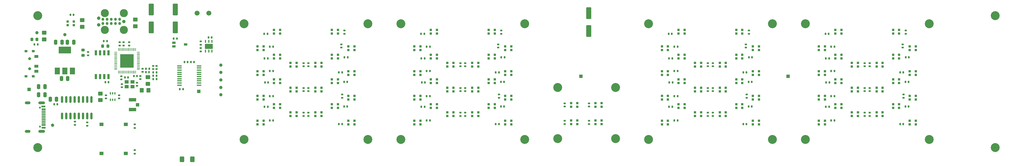
<source format=gbr>
%TF.GenerationSoftware,KiCad,Pcbnew,(6.0.0)*%
%TF.CreationDate,2023-01-06T22:04:12+00:00*%
%TF.ProjectId,masa,6d617361-2e6b-4696-9361-645f70636258,A*%
%TF.SameCoordinates,Original*%
%TF.FileFunction,Soldermask,Top*%
%TF.FilePolarity,Negative*%
%FSLAX46Y46*%
G04 Gerber Fmt 4.6, Leading zero omitted, Abs format (unit mm)*
G04 Created by KiCad (PCBNEW (6.0.0)) date 2023-01-06 22:04:12*
%MOMM*%
%LPD*%
G01*
G04 APERTURE LIST*
G04 Aperture macros list*
%AMRoundRect*
0 Rectangle with rounded corners*
0 $1 Rounding radius*
0 $2 $3 $4 $5 $6 $7 $8 $9 X,Y pos of 4 corners*
0 Add a 4 corners polygon primitive as box body*
4,1,4,$2,$3,$4,$5,$6,$7,$8,$9,$2,$3,0*
0 Add four circle primitives for the rounded corners*
1,1,$1+$1,$2,$3*
1,1,$1+$1,$4,$5*
1,1,$1+$1,$6,$7*
1,1,$1+$1,$8,$9*
0 Add four rect primitives between the rounded corners*
20,1,$1+$1,$2,$3,$4,$5,0*
20,1,$1+$1,$4,$5,$6,$7,0*
20,1,$1+$1,$6,$7,$8,$9,0*
20,1,$1+$1,$8,$9,$2,$3,0*%
G04 Aperture macros list end*
%ADD10RoundRect,0.140000X0.170000X-0.140000X0.170000X0.140000X-0.170000X0.140000X-0.170000X-0.140000X0*%
%ADD11RoundRect,0.140000X-0.140000X-0.170000X0.140000X-0.170000X0.140000X0.170000X-0.140000X0.170000X0*%
%ADD12RoundRect,0.250000X-0.450000X0.350000X-0.450000X-0.350000X0.450000X-0.350000X0.450000X0.350000X0*%
%ADD13R,1.500000X2.000000*%
%ADD14R,3.800000X2.000000*%
%ADD15RoundRect,0.140000X0.140000X0.170000X-0.140000X0.170000X-0.140000X-0.170000X0.140000X-0.170000X0*%
%ADD16C,2.700000*%
%ADD17R,0.700000X0.700000*%
%ADD18RoundRect,0.140000X-0.170000X0.140000X-0.170000X-0.140000X0.170000X-0.140000X0.170000X0.140000X0*%
%ADD19C,1.500000*%
%ADD20RoundRect,0.218750X-0.218750X-0.256250X0.218750X-0.256250X0.218750X0.256250X-0.218750X0.256250X0*%
%ADD21R,1.000000X1.000000*%
%ADD22R,0.650000X1.650000*%
%ADD23RoundRect,0.250000X-0.250000X-0.475000X0.250000X-0.475000X0.250000X0.475000X-0.250000X0.475000X0*%
%ADD24RoundRect,0.135000X-0.135000X-0.185000X0.135000X-0.185000X0.135000X0.185000X-0.135000X0.185000X0*%
%ADD25RoundRect,0.250000X0.400000X0.625000X-0.400000X0.625000X-0.400000X-0.625000X0.400000X-0.625000X0*%
%ADD26RoundRect,0.135000X-0.185000X0.135000X-0.185000X-0.135000X0.185000X-0.135000X0.185000X0.135000X0*%
%ADD27RoundRect,0.250000X-0.550000X1.500000X-0.550000X-1.500000X0.550000X-1.500000X0.550000X1.500000X0*%
%ADD28C,1.000000*%
%ADD29RoundRect,0.250000X0.550000X-1.500000X0.550000X1.500000X-0.550000X1.500000X-0.550000X-1.500000X0*%
%ADD30RoundRect,0.135000X0.185000X-0.135000X0.185000X0.135000X-0.185000X0.135000X-0.185000X-0.135000X0*%
%ADD31R,1.200000X1.000000*%
%ADD32RoundRect,0.250000X-0.350000X-0.450000X0.350000X-0.450000X0.350000X0.450000X-0.350000X0.450000X0*%
%ADD33RoundRect,0.150000X0.150000X-0.825000X0.150000X0.825000X-0.150000X0.825000X-0.150000X-0.825000X0*%
%ADD34R,1.475000X0.450000*%
%ADD35RoundRect,0.250000X0.450000X-0.350000X0.450000X0.350000X-0.450000X0.350000X-0.450000X-0.350000X0*%
%ADD36RoundRect,0.250000X0.250000X0.475000X-0.250000X0.475000X-0.250000X-0.475000X0.250000X-0.475000X0*%
%ADD37RoundRect,0.135000X0.135000X0.185000X-0.135000X0.185000X-0.135000X-0.185000X0.135000X-0.185000X0*%
%ADD38R,0.400000X0.650000*%
%ADD39R,1.100000X0.800000*%
%ADD40RoundRect,0.147500X0.147500X0.172500X-0.147500X0.172500X-0.147500X-0.172500X0.147500X-0.172500X0*%
%ADD41R,1.150000X1.000000*%
%ADD42R,2.200000X1.050000*%
%ADD43R,1.050000X1.050000*%
%ADD44RoundRect,0.147500X0.172500X-0.147500X0.172500X0.147500X-0.172500X0.147500X-0.172500X-0.147500X0*%
%ADD45R,0.850000X0.200000*%
%ADD46R,0.200000X0.850000*%
%ADD47R,4.050000X4.050000*%
%ADD48R,0.450000X0.850000*%
%ADD49R,2.400000X1.500000*%
%ADD50C,0.600000*%
%ADD51R,1.160000X0.600000*%
%ADD52R,1.160000X0.300000*%
%ADD53O,2.000000X0.900000*%
%ADD54O,1.700000X0.900000*%
%ADD55C,1.066800*%
%ADD56C,2.451100*%
%ADD57C,0.863600*%
%ADD58RoundRect,0.218750X0.256250X-0.218750X0.256250X0.218750X-0.256250X0.218750X-0.256250X-0.218750X0*%
%ADD59C,0.900000*%
%ADD60R,1.250000X0.900000*%
%ADD61R,0.900000X0.800000*%
G04 APERTURE END LIST*
D10*
%TO.C,C52*%
X209500000Y-114680000D03*
X209500000Y-113720000D03*
%TD*%
D11*
%TO.C,C57*%
X210320000Y-132500000D03*
X211280000Y-132500000D03*
%TD*%
D12*
%TO.C,R13*%
X99600000Y-106250000D03*
X99600000Y-108250000D03*
%TD*%
D13*
%TO.C,IC2*%
X75950000Y-121750000D03*
D14*
X78250000Y-115450000D03*
D13*
X78250000Y-121750000D03*
X80550000Y-121750000D03*
%TD*%
D11*
%TO.C,C100*%
X332820000Y-125100000D03*
X333780000Y-125100000D03*
%TD*%
D15*
%TO.C,C40*%
X139680000Y-132600000D03*
X138720000Y-132600000D03*
%TD*%
D16*
%TO.C,H19*%
X340000000Y-107500000D03*
%TD*%
D17*
%TO.C,LED86*%
X316585000Y-126850000D03*
X316585000Y-127950000D03*
X318415000Y-127950000D03*
X318415000Y-126850000D03*
%TD*%
D18*
%TO.C,C50*%
X198000000Y-119420000D03*
X198000000Y-120380000D03*
%TD*%
D16*
%TO.C,H13*%
X255000000Y-142500000D03*
%TD*%
D10*
%TO.C,C115*%
X236980000Y-137835000D03*
X236980000Y-136875000D03*
%TD*%
D15*
%TO.C,C116*%
X80880000Y-104800000D03*
X79920000Y-104800000D03*
%TD*%
D11*
%TO.C,C107*%
X310320000Y-121800000D03*
X311280000Y-121800000D03*
%TD*%
D17*
%TO.C,LED50*%
X259070000Y-129350000D03*
X259070000Y-130450000D03*
X260900000Y-130450000D03*
X260900000Y-129350000D03*
%TD*%
D15*
%TO.C,C124*%
X115400000Y-119050000D03*
X114440000Y-119050000D03*
%TD*%
D17*
%TO.C,LED91*%
X233415000Y-132625000D03*
X233415000Y-131525000D03*
X231585000Y-131525000D03*
X231585000Y-132625000D03*
%TD*%
D16*
%TO.C,H23*%
X360000000Y-105000000D03*
%TD*%
D19*
%TO.C,J4*%
X121800000Y-104250000D03*
X118300000Y-104250000D03*
%TD*%
D11*
%TO.C,C99*%
X310320000Y-114400000D03*
X311280000Y-114400000D03*
%TD*%
%TO.C,C77*%
X262820000Y-114400000D03*
X263780000Y-114400000D03*
%TD*%
D20*
%TO.C,D3*%
X68212500Y-112250000D03*
X69787500Y-112250000D03*
%TD*%
D17*
%TO.C,LED35*%
X203415000Y-127950000D03*
X203415000Y-126850000D03*
X201585000Y-126850000D03*
X201585000Y-127950000D03*
%TD*%
D10*
%TO.C,C93*%
X322000000Y-135380000D03*
X322000000Y-134420000D03*
%TD*%
D11*
%TO.C,C88*%
X262820000Y-136800000D03*
X263780000Y-136800000D03*
%TD*%
D18*
%TO.C,C82*%
X273000000Y-134420000D03*
X273000000Y-135380000D03*
%TD*%
D21*
%TO.C,TP7*%
X118750000Y-128000000D03*
%TD*%
D17*
%TO.C,LED29*%
X190915000Y-125450000D03*
X190915000Y-124350000D03*
X189085000Y-124350000D03*
X189085000Y-125450000D03*
%TD*%
%TO.C,LED71*%
X335935000Y-130450000D03*
X335935000Y-129350000D03*
X334105000Y-129350000D03*
X334105000Y-130450000D03*
%TD*%
D18*
%TO.C,C43*%
X150500000Y-126920000D03*
X150500000Y-127880000D03*
%TD*%
D22*
%TO.C,IC3*%
X91455000Y-116300000D03*
X90185000Y-116300000D03*
X88915000Y-116300000D03*
X87645000Y-116300000D03*
X87645000Y-123500000D03*
X88915000Y-123500000D03*
X90185000Y-123500000D03*
X91455000Y-123500000D03*
%TD*%
D17*
%TO.C,LED57*%
X278415000Y-127950000D03*
X278415000Y-126850000D03*
X276585000Y-126850000D03*
X276585000Y-127950000D03*
%TD*%
%TO.C,LED51*%
X265915000Y-125450000D03*
X265915000Y-124350000D03*
X264085000Y-124350000D03*
X264085000Y-125450000D03*
%TD*%
D23*
%TO.C,C45*%
X70300000Y-129000000D03*
X72200000Y-129000000D03*
%TD*%
D24*
%TO.C,R2*%
X90000000Y-112750000D03*
X91020000Y-112750000D03*
%TD*%
D17*
%TO.C,LED7*%
X143415000Y-125450000D03*
X143415000Y-124350000D03*
X141585000Y-124350000D03*
X141585000Y-125450000D03*
%TD*%
D16*
%TO.C,H24*%
X70000000Y-105000000D03*
%TD*%
D10*
%TO.C,C80*%
X284700000Y-129880000D03*
X284700000Y-128920000D03*
%TD*%
D11*
%TO.C,C15*%
X99140000Y-123350000D03*
X100100000Y-123350000D03*
%TD*%
D25*
%TO.C,AE1*%
X116800000Y-148500000D03*
X113700000Y-148500000D03*
%TD*%
D17*
%TO.C,LED44*%
X213435000Y-122950000D03*
X213435000Y-121850000D03*
X211605000Y-121850000D03*
X211605000Y-122950000D03*
%TD*%
D15*
%TO.C,C68*%
X262280000Y-125300000D03*
X261320000Y-125300000D03*
%TD*%
D26*
%TO.C,R1*%
X85000000Y-137340000D03*
X85000000Y-138360000D03*
%TD*%
D17*
%TO.C,LED30*%
X203415000Y-120450000D03*
X203415000Y-119350000D03*
X201585000Y-119350000D03*
X201585000Y-120450000D03*
%TD*%
D10*
%TO.C,C5*%
X95500000Y-126700000D03*
X95500000Y-125740000D03*
%TD*%
D27*
%TO.C,C119*%
X111700000Y-103200000D03*
X111700000Y-108600000D03*
%TD*%
D16*
%TO.C,H21*%
X70000000Y-145000000D03*
%TD*%
D17*
%TO.C,LED92*%
X233415000Y-137850000D03*
X233415000Y-136750000D03*
X231585000Y-136750000D03*
X231585000Y-137850000D03*
%TD*%
D15*
%TO.C,C22*%
X139780000Y-125300000D03*
X138820000Y-125300000D03*
%TD*%
D17*
%TO.C,LED39*%
X203415000Y-135450000D03*
X203415000Y-134350000D03*
X201585000Y-134350000D03*
X201585000Y-135450000D03*
%TD*%
%TO.C,LED81*%
X306570000Y-114350000D03*
X306570000Y-115450000D03*
X308400000Y-115450000D03*
X308400000Y-114350000D03*
%TD*%
%TO.C,LED27*%
X213435000Y-130450000D03*
X213435000Y-129350000D03*
X211605000Y-129350000D03*
X211605000Y-130450000D03*
%TD*%
%TO.C,LED49*%
X288435000Y-130450000D03*
X288435000Y-129350000D03*
X286605000Y-129350000D03*
X286605000Y-130450000D03*
%TD*%
%TO.C,LED20*%
X165935000Y-122950000D03*
X165935000Y-121850000D03*
X164105000Y-121850000D03*
X164105000Y-122950000D03*
%TD*%
%TO.C,LED84*%
X335935000Y-115450000D03*
X335935000Y-114350000D03*
X334105000Y-114350000D03*
X334105000Y-115450000D03*
%TD*%
%TO.C,LED14*%
X155915000Y-135450000D03*
X155915000Y-134350000D03*
X154085000Y-134350000D03*
X154085000Y-135450000D03*
%TD*%
D10*
%TO.C,C92*%
X332900000Y-110500000D03*
X332900000Y-109540000D03*
%TD*%
D15*
%TO.C,C75*%
X284680000Y-137900000D03*
X283720000Y-137900000D03*
%TD*%
D17*
%TO.C,LED46*%
X265915000Y-117950000D03*
X265915000Y-116850000D03*
X264085000Y-116850000D03*
X264085000Y-117950000D03*
%TD*%
%TO.C,LED76*%
X335935000Y-137950000D03*
X335935000Y-136850000D03*
X334105000Y-136850000D03*
X334105000Y-137950000D03*
%TD*%
%TO.C,LED89*%
X240795000Y-137850000D03*
X240795000Y-136750000D03*
X238965000Y-136750000D03*
X238965000Y-137850000D03*
%TD*%
D16*
%TO.C,H2*%
X170000000Y-142500000D03*
%TD*%
D10*
%TO.C,C20*%
X94700000Y-130100000D03*
X94700000Y-129140000D03*
%TD*%
D16*
%TO.C,H3*%
X170000000Y-107500000D03*
%TD*%
D28*
%TO.C,TP1*%
X125500000Y-120000000D03*
%TD*%
D11*
%TO.C,C125*%
X116420000Y-119050000D03*
X117380000Y-119050000D03*
%TD*%
D21*
%TO.C,TP6*%
X234500000Y-123400000D03*
%TD*%
D16*
%TO.C,H7*%
X245000000Y-126800000D03*
%TD*%
D18*
%TO.C,C36*%
X150500000Y-134420000D03*
X150500000Y-135380000D03*
%TD*%
D29*
%TO.C,C118*%
X236900000Y-109700000D03*
X236900000Y-104300000D03*
%TD*%
D17*
%TO.C,LED42*%
X194085000Y-126850000D03*
X194085000Y-127950000D03*
X195915000Y-127950000D03*
X195915000Y-126850000D03*
%TD*%
%TO.C,LED75*%
X329085000Y-116850000D03*
X329085000Y-117950000D03*
X330915000Y-117950000D03*
X330915000Y-116850000D03*
%TD*%
D18*
%TO.C,C60*%
X198000000Y-134420000D03*
X198000000Y-135380000D03*
%TD*%
D30*
%TO.C,R8*%
X99400000Y-139020000D03*
X99400000Y-138000000D03*
%TD*%
D17*
%TO.C,LED23*%
X184070000Y-136850000D03*
X184070000Y-137950000D03*
X185900000Y-137950000D03*
X185900000Y-136850000D03*
%TD*%
D31*
%TO.C,S1*%
X96700000Y-146800000D03*
X89300000Y-146800000D03*
%TD*%
D17*
%TO.C,LED47*%
X269085000Y-119350000D03*
X269085000Y-120450000D03*
X270915000Y-120450000D03*
X270915000Y-119350000D03*
%TD*%
D21*
%TO.C,TP8*%
X297300000Y-123400000D03*
%TD*%
D18*
%TO.C,C67*%
X198000000Y-126920000D03*
X198000000Y-127880000D03*
%TD*%
D15*
%TO.C,C18*%
X91430000Y-125200000D03*
X90470000Y-125200000D03*
%TD*%
D18*
%TO.C,C26*%
X150500000Y-119420000D03*
X150500000Y-120380000D03*
%TD*%
D15*
%TO.C,C17*%
X97375000Y-123700000D03*
X96415000Y-123700000D03*
%TD*%
D11*
%TO.C,C66*%
X187820000Y-136800000D03*
X188780000Y-136800000D03*
%TD*%
D21*
%TO.C,TP4*%
X67400000Y-127400000D03*
%TD*%
D17*
%TO.C,LED70*%
X329085000Y-124350000D03*
X329085000Y-125450000D03*
X330915000Y-125450000D03*
X330915000Y-124350000D03*
%TD*%
D10*
%TO.C,C25*%
X152000000Y-135380000D03*
X152000000Y-134420000D03*
%TD*%
D32*
%TO.C,R4*%
X101545000Y-127600000D03*
X103545000Y-127600000D03*
%TD*%
D33*
%TO.C,U1*%
X77395000Y-135405000D03*
X78665000Y-135405000D03*
X79935000Y-135405000D03*
X81205000Y-135405000D03*
X82475000Y-135405000D03*
X83745000Y-135405000D03*
X85015000Y-135405000D03*
X86285000Y-135405000D03*
X86285000Y-130455000D03*
X85015000Y-130455000D03*
X83745000Y-130455000D03*
X82475000Y-130455000D03*
X81205000Y-130455000D03*
X79935000Y-130455000D03*
X78665000Y-130455000D03*
X77395000Y-130455000D03*
%TD*%
D15*
%TO.C,C23*%
X139680000Y-118000000D03*
X138720000Y-118000000D03*
%TD*%
D27*
%TO.C,C120*%
X104400000Y-103200000D03*
X104400000Y-108600000D03*
%TD*%
D17*
%TO.C,LED77*%
X306570000Y-121850000D03*
X306570000Y-122950000D03*
X308400000Y-122950000D03*
X308400000Y-121850000D03*
%TD*%
%TO.C,LED79*%
X325915000Y-127950000D03*
X325915000Y-126850000D03*
X324085000Y-126850000D03*
X324085000Y-127950000D03*
%TD*%
D16*
%TO.C,H4*%
X132500000Y-107500000D03*
%TD*%
D11*
%TO.C,C65*%
X187820000Y-129400000D03*
X188780000Y-129400000D03*
%TD*%
D15*
%TO.C,C4*%
X105975000Y-122250000D03*
X105015000Y-122250000D03*
%TD*%
D30*
%TO.C,R12*%
X119420000Y-113855000D03*
X119420000Y-112835000D03*
%TD*%
D16*
%TO.C,H8*%
X245000000Y-142300000D03*
%TD*%
D17*
%TO.C,LED16*%
X159085000Y-124350000D03*
X159085000Y-125450000D03*
X160915000Y-125450000D03*
X160915000Y-124350000D03*
%TD*%
D11*
%TO.C,C85*%
X262820000Y-121800000D03*
X263780000Y-121800000D03*
%TD*%
D10*
%TO.C,C81*%
X274500000Y-127880000D03*
X274500000Y-126920000D03*
%TD*%
D15*
%TO.C,C10*%
X105975000Y-124250000D03*
X105015000Y-124250000D03*
%TD*%
D10*
%TO.C,C102*%
X332200000Y-129880000D03*
X332200000Y-128920000D03*
%TD*%
%TO.C,C70*%
X285400000Y-110500000D03*
X285400000Y-109540000D03*
%TD*%
D15*
%TO.C,C54*%
X209680000Y-122200000D03*
X208720000Y-122200000D03*
%TD*%
D17*
%TO.C,LED36*%
X206585000Y-109350000D03*
X206585000Y-110450000D03*
X208415000Y-110450000D03*
X208415000Y-109350000D03*
%TD*%
%TO.C,LED1*%
X136570000Y-136850000D03*
X136570000Y-137950000D03*
X138400000Y-137950000D03*
X138400000Y-136850000D03*
%TD*%
%TO.C,LED45*%
X259070000Y-136850000D03*
X259070000Y-137950000D03*
X260900000Y-137950000D03*
X260900000Y-136850000D03*
%TD*%
%TO.C,LED78*%
X313415000Y-132950000D03*
X313415000Y-131850000D03*
X311585000Y-131850000D03*
X311585000Y-132950000D03*
%TD*%
D18*
%TO.C,C11*%
X104995000Y-120270000D03*
X104995000Y-121230000D03*
%TD*%
D17*
%TO.C,LED43*%
X206585000Y-131850000D03*
X206585000Y-132950000D03*
X208415000Y-132950000D03*
X208415000Y-131850000D03*
%TD*%
D10*
%TO.C,C16*%
X97700000Y-114050000D03*
X97700000Y-113090000D03*
%TD*%
D11*
%TO.C,C32*%
X162820000Y-125100000D03*
X163780000Y-125100000D03*
%TD*%
D10*
%TO.C,C24*%
X162900000Y-110500000D03*
X162900000Y-109540000D03*
%TD*%
D18*
%TO.C,C72*%
X273000000Y-119420000D03*
X273000000Y-120380000D03*
%TD*%
D16*
%TO.C,H20*%
X302500000Y-107500000D03*
%TD*%
D28*
%TO.C,TP9*%
X125500000Y-122250000D03*
%TD*%
D34*
%TO.C,IC5*%
X112962000Y-120225000D03*
X112962000Y-120875000D03*
X112962000Y-121525000D03*
X112962000Y-122175000D03*
X112962000Y-122825000D03*
X112962000Y-123475000D03*
X112962000Y-124125000D03*
X112962000Y-124775000D03*
X112962000Y-125425000D03*
X112962000Y-126075000D03*
X118838000Y-126075000D03*
X118838000Y-125425000D03*
X118838000Y-124775000D03*
X118838000Y-124125000D03*
X118838000Y-123475000D03*
X118838000Y-122825000D03*
X118838000Y-122175000D03*
X118838000Y-121525000D03*
X118838000Y-120875000D03*
X118838000Y-120225000D03*
%TD*%
D15*
%TO.C,C90*%
X309780000Y-125300000D03*
X308820000Y-125300000D03*
%TD*%
D16*
%TO.C,H6*%
X227500000Y-126800000D03*
%TD*%
D15*
%TO.C,C98*%
X332180000Y-122200000D03*
X331220000Y-122200000D03*
%TD*%
D10*
%TO.C,C14*%
X94800000Y-114050000D03*
X94800000Y-113090000D03*
%TD*%
D35*
%TO.C,R15*%
X72000000Y-112200000D03*
X72000000Y-110200000D03*
%TD*%
D10*
%TO.C,C59*%
X199500000Y-127880000D03*
X199500000Y-126920000D03*
%TD*%
D17*
%TO.C,LED56*%
X265915000Y-132950000D03*
X265915000Y-131850000D03*
X264085000Y-131850000D03*
X264085000Y-132950000D03*
%TD*%
D36*
%TO.C,C117*%
X79100000Y-124100000D03*
X77200000Y-124100000D03*
%TD*%
%TO.C,C121*%
X77350000Y-113050000D03*
X75450000Y-113050000D03*
%TD*%
D17*
%TO.C,LED9*%
X146585000Y-134350000D03*
X146585000Y-135450000D03*
X148415000Y-135450000D03*
X148415000Y-134350000D03*
%TD*%
D15*
%TO.C,C6*%
X103755000Y-122150000D03*
X102795000Y-122150000D03*
%TD*%
D24*
%TO.C,R10*%
X111200000Y-111950000D03*
X112220000Y-111950000D03*
%TD*%
D15*
%TO.C,C86*%
X262180000Y-132600000D03*
X261220000Y-132600000D03*
%TD*%
D10*
%TO.C,C9*%
X100085000Y-126280000D03*
X100085000Y-125320000D03*
%TD*%
D15*
%TO.C,C46*%
X187280000Y-125300000D03*
X186320000Y-125300000D03*
%TD*%
D28*
%TO.C,TP12*%
X125500000Y-129000000D03*
%TD*%
D16*
%TO.C,H9*%
X180000000Y-142500000D03*
%TD*%
D15*
%TO.C,C27*%
X139580000Y-110500000D03*
X138620000Y-110500000D03*
%TD*%
D20*
%TO.C,D1*%
X89675000Y-114250000D03*
X91250000Y-114250000D03*
%TD*%
D10*
%TO.C,C71*%
X274500000Y-135380000D03*
X274500000Y-134420000D03*
%TD*%
%TO.C,C114*%
X229580000Y-132555000D03*
X229580000Y-131595000D03*
%TD*%
%TO.C,C48*%
X210400000Y-110500000D03*
X210400000Y-109540000D03*
%TD*%
%TO.C,C96*%
X332000000Y-114680000D03*
X332000000Y-113720000D03*
%TD*%
D37*
%TO.C,R17*%
X114010000Y-127250000D03*
X112990000Y-127250000D03*
%TD*%
D11*
%TO.C,C39*%
X140320000Y-121800000D03*
X141280000Y-121800000D03*
%TD*%
%TO.C,C31*%
X140320000Y-114400000D03*
X141280000Y-114400000D03*
%TD*%
D28*
%TO.C,TP3*%
X69800000Y-110200000D03*
%TD*%
D17*
%TO.C,LED22*%
X165935000Y-137950000D03*
X165935000Y-136850000D03*
X164105000Y-136850000D03*
X164105000Y-137950000D03*
%TD*%
%TO.C,LED55*%
X259070000Y-121850000D03*
X259070000Y-122950000D03*
X260900000Y-122950000D03*
X260900000Y-121850000D03*
%TD*%
D15*
%TO.C,C73*%
X262080000Y-110500000D03*
X261120000Y-110500000D03*
%TD*%
%TO.C,C76*%
X284680000Y-122200000D03*
X283720000Y-122200000D03*
%TD*%
D17*
%TO.C,LED5*%
X143415000Y-110450000D03*
X143415000Y-109350000D03*
X141585000Y-109350000D03*
X141585000Y-110450000D03*
%TD*%
D10*
%TO.C,C58*%
X209700000Y-129880000D03*
X209700000Y-128920000D03*
%TD*%
D11*
%TO.C,C78*%
X285320000Y-125100000D03*
X286280000Y-125100000D03*
%TD*%
%TO.C,C56*%
X210320000Y-125100000D03*
X211280000Y-125100000D03*
%TD*%
D17*
%TO.C,LED41*%
X190915000Y-110450000D03*
X190915000Y-109350000D03*
X189085000Y-109350000D03*
X189085000Y-110450000D03*
%TD*%
%TO.C,LED85*%
X313415000Y-110450000D03*
X313415000Y-109350000D03*
X311585000Y-109350000D03*
X311585000Y-110450000D03*
%TD*%
D16*
%TO.C,H5*%
X227500000Y-142300000D03*
%TD*%
D17*
%TO.C,LED6*%
X143415000Y-117950000D03*
X143415000Y-116850000D03*
X141585000Y-116850000D03*
X141585000Y-117950000D03*
%TD*%
D11*
%TO.C,C101*%
X332820000Y-132500000D03*
X333780000Y-132500000D03*
%TD*%
D17*
%TO.C,LED65*%
X281585000Y-131850000D03*
X281585000Y-132950000D03*
X283415000Y-132950000D03*
X283415000Y-131850000D03*
%TD*%
%TO.C,LED33*%
X184070000Y-121850000D03*
X184070000Y-122950000D03*
X185900000Y-122950000D03*
X185900000Y-121850000D03*
%TD*%
%TO.C,LED59*%
X259070000Y-114350000D03*
X259070000Y-115450000D03*
X260900000Y-115450000D03*
X260900000Y-114350000D03*
%TD*%
D35*
%TO.C,R9*%
X89000000Y-130620000D03*
X89000000Y-128620000D03*
%TD*%
D17*
%TO.C,LED2*%
X136570000Y-129350000D03*
X136570000Y-130450000D03*
X138400000Y-130450000D03*
X138400000Y-129350000D03*
%TD*%
D36*
%TO.C,C3*%
X75700000Y-130360000D03*
X73800000Y-130360000D03*
%TD*%
D26*
%TO.C,R7*%
X96000000Y-113050000D03*
X96000000Y-114070000D03*
%TD*%
D17*
%TO.C,LED67*%
X306570000Y-136850000D03*
X306570000Y-137950000D03*
X308400000Y-137950000D03*
X308400000Y-136850000D03*
%TD*%
%TO.C,LED34*%
X190915000Y-132950000D03*
X190915000Y-131850000D03*
X189085000Y-131850000D03*
X189085000Y-132950000D03*
%TD*%
%TO.C,LED32*%
X213435000Y-137950000D03*
X213435000Y-136850000D03*
X211605000Y-136850000D03*
X211605000Y-137950000D03*
%TD*%
%TO.C,LED18*%
X159085000Y-109350000D03*
X159085000Y-110450000D03*
X160915000Y-110450000D03*
X160915000Y-109350000D03*
%TD*%
%TO.C,LED66*%
X288435000Y-122950000D03*
X288435000Y-121850000D03*
X286605000Y-121850000D03*
X286605000Y-122950000D03*
%TD*%
%TO.C,LED62*%
X288435000Y-115450000D03*
X288435000Y-114350000D03*
X286605000Y-114350000D03*
X286605000Y-115450000D03*
%TD*%
D31*
%TO.C,S2*%
X96700000Y-138000000D03*
X89300000Y-138000000D03*
%TD*%
D17*
%TO.C,LED40*%
X213435000Y-115450000D03*
X213435000Y-114350000D03*
X211605000Y-114350000D03*
X211605000Y-115450000D03*
%TD*%
%TO.C,LED37*%
X184070000Y-114350000D03*
X184070000Y-115450000D03*
X185900000Y-115450000D03*
X185900000Y-114350000D03*
%TD*%
D38*
%TO.C,Q1*%
X92050000Y-130480000D03*
X92700000Y-130480000D03*
X93350000Y-130480000D03*
X93350000Y-128580000D03*
X92700000Y-128580000D03*
X92050000Y-128580000D03*
%TD*%
D12*
%TO.C,R5*%
X103395000Y-123650000D03*
X103395000Y-125650000D03*
%TD*%
D11*
%TO.C,C83*%
X285420000Y-117600000D03*
X286380000Y-117600000D03*
%TD*%
D15*
%TO.C,C47*%
X187180000Y-118000000D03*
X186220000Y-118000000D03*
%TD*%
D17*
%TO.C,LED72*%
X306570000Y-129350000D03*
X306570000Y-130450000D03*
X308400000Y-130450000D03*
X308400000Y-129350000D03*
%TD*%
D16*
%TO.C,H18*%
X340000000Y-142500000D03*
%TD*%
D17*
%TO.C,LED12*%
X155915000Y-120450000D03*
X155915000Y-119350000D03*
X154085000Y-119350000D03*
X154085000Y-120450000D03*
%TD*%
D10*
%TO.C,C84*%
X274500000Y-120360000D03*
X274500000Y-119400000D03*
%TD*%
D39*
%TO.C,Q2*%
X111225000Y-114300000D03*
X111225000Y-113200000D03*
X114775000Y-113750000D03*
%TD*%
D24*
%TO.C,R16*%
X68980000Y-113750000D03*
X70000000Y-113750000D03*
%TD*%
D17*
%TO.C,LED53*%
X281585000Y-116850000D03*
X281585000Y-117950000D03*
X283415000Y-117950000D03*
X283415000Y-116850000D03*
%TD*%
D16*
%TO.C,H1*%
X132500000Y-142500000D03*
%TD*%
D40*
%TO.C,L1*%
X103765000Y-121150000D03*
X102795000Y-121150000D03*
%TD*%
D15*
%TO.C,C29*%
X162180000Y-137900000D03*
X161220000Y-137900000D03*
%TD*%
%TO.C,C30*%
X162180000Y-122200000D03*
X161220000Y-122200000D03*
%TD*%
D28*
%TO.C,TP2*%
X78250000Y-110750000D03*
%TD*%
D17*
%TO.C,LED26*%
X206585000Y-124350000D03*
X206585000Y-125450000D03*
X208415000Y-125450000D03*
X208415000Y-124350000D03*
%TD*%
D15*
%TO.C,C7*%
X105975000Y-123250000D03*
X105015000Y-123250000D03*
%TD*%
D11*
%TO.C,C63*%
X187820000Y-121800000D03*
X188780000Y-121800000D03*
%TD*%
D17*
%TO.C,LED61*%
X278415000Y-135450000D03*
X278415000Y-134350000D03*
X276585000Y-134350000D03*
X276585000Y-135450000D03*
%TD*%
%TO.C,LED58*%
X281585000Y-109350000D03*
X281585000Y-110450000D03*
X283415000Y-110450000D03*
X283415000Y-109350000D03*
%TD*%
D16*
%TO.C,H15*%
X292500000Y-107500000D03*
%TD*%
D17*
%TO.C,LED4*%
X136570000Y-114350000D03*
X136570000Y-115450000D03*
X138400000Y-115450000D03*
X138400000Y-114350000D03*
%TD*%
%TO.C,LED63*%
X265915000Y-110450000D03*
X265915000Y-109350000D03*
X264085000Y-109350000D03*
X264085000Y-110450000D03*
%TD*%
D11*
%TO.C,C109*%
X310320000Y-129400000D03*
X311280000Y-129400000D03*
%TD*%
D18*
%TO.C,C1*%
X81250000Y-137140000D03*
X81250000Y-138100000D03*
%TD*%
D41*
%TO.C,Y1*%
X96935000Y-126495000D03*
X98685000Y-126495000D03*
X98685000Y-125095000D03*
X96935000Y-125095000D03*
%TD*%
D16*
%TO.C,H12*%
X180000000Y-107500000D03*
%TD*%
D17*
%TO.C,LED68*%
X313415000Y-117950000D03*
X313415000Y-116850000D03*
X311585000Y-116850000D03*
X311585000Y-117950000D03*
%TD*%
D10*
%TO.C,C28*%
X162000000Y-114680000D03*
X162000000Y-113720000D03*
%TD*%
D17*
%TO.C,LED17*%
X159085000Y-116850000D03*
X159085000Y-117950000D03*
X160915000Y-117950000D03*
X160915000Y-116850000D03*
%TD*%
D11*
%TO.C,C110*%
X310320000Y-136800000D03*
X311280000Y-136800000D03*
%TD*%
D10*
%TO.C,C38*%
X152000000Y-120360000D03*
X152000000Y-119400000D03*
%TD*%
D16*
%TO.C,H10*%
X217500000Y-142500000D03*
%TD*%
D17*
%TO.C,LED90*%
X240795000Y-132625000D03*
X240795000Y-131525000D03*
X238965000Y-131525000D03*
X238965000Y-132625000D03*
%TD*%
D11*
%TO.C,C61*%
X210420000Y-117600000D03*
X211380000Y-117600000D03*
%TD*%
D17*
%TO.C,LED10*%
X146585000Y-126850000D03*
X146585000Y-127950000D03*
X148415000Y-127950000D03*
X148415000Y-126850000D03*
%TD*%
D42*
%TO.C,J1*%
X98725000Y-130525000D03*
X98725000Y-133475000D03*
D43*
X100250000Y-132000000D03*
%TD*%
D17*
%TO.C,LED25*%
X194085000Y-119350000D03*
X194085000Y-120450000D03*
X195915000Y-120450000D03*
X195915000Y-119350000D03*
%TD*%
D10*
%TO.C,C62*%
X199500000Y-120360000D03*
X199500000Y-119400000D03*
%TD*%
D17*
%TO.C,LED54*%
X288435000Y-137950000D03*
X288435000Y-136850000D03*
X286605000Y-136850000D03*
X286605000Y-137950000D03*
%TD*%
D18*
%TO.C,C94*%
X320500000Y-119420000D03*
X320500000Y-120380000D03*
%TD*%
D16*
%TO.C,H14*%
X292500000Y-142500000D03*
%TD*%
D11*
%TO.C,C42*%
X140320000Y-136800000D03*
X141280000Y-136800000D03*
%TD*%
D17*
%TO.C,LED74*%
X325915000Y-120450000D03*
X325915000Y-119350000D03*
X324085000Y-119350000D03*
X324085000Y-120450000D03*
%TD*%
D15*
%TO.C,C91*%
X309680000Y-118000000D03*
X308720000Y-118000000D03*
%TD*%
D11*
%TO.C,C55*%
X187820000Y-114400000D03*
X188780000Y-114400000D03*
%TD*%
D44*
%TO.C,L2*%
X105995000Y-121235000D03*
X105995000Y-120265000D03*
%TD*%
D10*
%TO.C,C113*%
X229580000Y-137835000D03*
X229580000Y-136875000D03*
%TD*%
%TO.C,C35*%
X152000000Y-127880000D03*
X152000000Y-126920000D03*
%TD*%
D17*
%TO.C,LED13*%
X155915000Y-127950000D03*
X155915000Y-126850000D03*
X154085000Y-126850000D03*
X154085000Y-127950000D03*
%TD*%
D18*
%TO.C,C12*%
X101085000Y-123320000D03*
X101085000Y-124280000D03*
%TD*%
D45*
%TO.C,IC1*%
X100500000Y-121300000D03*
X100500000Y-120900000D03*
X100500000Y-120500000D03*
X100500000Y-120100000D03*
X100500000Y-119700000D03*
X100500000Y-119300000D03*
X100500000Y-118900000D03*
X100500000Y-118500000D03*
X100500000Y-118100000D03*
X100500000Y-117700000D03*
X100500000Y-117300000D03*
X100500000Y-116900000D03*
X100500000Y-116500000D03*
X100500000Y-116100000D03*
D46*
X99650000Y-115250000D03*
X99250000Y-115250000D03*
X98850000Y-115250000D03*
X98450000Y-115250000D03*
X98050000Y-115250000D03*
X97650000Y-115250000D03*
X97250000Y-115250000D03*
X96850000Y-115250000D03*
X96450000Y-115250000D03*
X96050000Y-115250000D03*
X95650000Y-115250000D03*
X95250000Y-115250000D03*
X94850000Y-115250000D03*
X94450000Y-115250000D03*
D45*
X93600000Y-116100000D03*
X93600000Y-116500000D03*
X93600000Y-116900000D03*
X93600000Y-117300000D03*
X93600000Y-117700000D03*
X93600000Y-118100000D03*
X93600000Y-118500000D03*
X93600000Y-118900000D03*
X93600000Y-119300000D03*
X93600000Y-119700000D03*
X93600000Y-120100000D03*
X93600000Y-120500000D03*
X93600000Y-120900000D03*
X93600000Y-121300000D03*
D46*
X94450000Y-122150000D03*
X94850000Y-122150000D03*
X95250000Y-122150000D03*
X95650000Y-122150000D03*
X96050000Y-122150000D03*
X96450000Y-122150000D03*
X96850000Y-122150000D03*
X97250000Y-122150000D03*
X97650000Y-122150000D03*
X98050000Y-122150000D03*
X98450000Y-122150000D03*
X98850000Y-122150000D03*
X99250000Y-122150000D03*
X99650000Y-122150000D03*
D47*
X97050000Y-118700000D03*
%TD*%
D17*
%TO.C,LED28*%
X184070000Y-129350000D03*
X184070000Y-130450000D03*
X185900000Y-130450000D03*
X185900000Y-129350000D03*
%TD*%
D23*
%TO.C,C122*%
X79000000Y-113050000D03*
X80900000Y-113050000D03*
%TD*%
D17*
%TO.C,LED31*%
X206585000Y-116850000D03*
X206585000Y-117950000D03*
X208415000Y-117950000D03*
X208415000Y-116850000D03*
%TD*%
D11*
%TO.C,C79*%
X285320000Y-132500000D03*
X286280000Y-132500000D03*
%TD*%
D17*
%TO.C,LED52*%
X278415000Y-120450000D03*
X278415000Y-119350000D03*
X276585000Y-119350000D03*
X276585000Y-120450000D03*
%TD*%
D26*
%TO.C,R11*%
X119420000Y-114825000D03*
X119420000Y-115845000D03*
%TD*%
%TO.C,R6*%
X99400000Y-145790000D03*
X99400000Y-146810000D03*
%TD*%
D15*
%TO.C,C108*%
X309680000Y-132600000D03*
X308720000Y-132600000D03*
%TD*%
D30*
%TO.C,R3*%
X85250000Y-117010000D03*
X85250000Y-115990000D03*
%TD*%
D17*
%TO.C,LED15*%
X159085000Y-131850000D03*
X159085000Y-132950000D03*
X160915000Y-132950000D03*
X160915000Y-131850000D03*
%TD*%
%TO.C,LED80*%
X329085000Y-109350000D03*
X329085000Y-110450000D03*
X330915000Y-110450000D03*
X330915000Y-109350000D03*
%TD*%
D16*
%TO.C,H16*%
X255000000Y-107500000D03*
%TD*%
D48*
%TO.C,IC4*%
X120800000Y-115750000D03*
X121800000Y-115750000D03*
X122800000Y-115750000D03*
X122800000Y-112850000D03*
X121800000Y-112850000D03*
X120800000Y-112850000D03*
D49*
X121800000Y-114300000D03*
%TD*%
D17*
%TO.C,LED69*%
X316585000Y-119350000D03*
X316585000Y-120450000D03*
X318415000Y-120450000D03*
X318415000Y-119350000D03*
%TD*%
D16*
%TO.C,H17*%
X302500000Y-142500000D03*
%TD*%
D17*
%TO.C,LED11*%
X146585000Y-119350000D03*
X146585000Y-120450000D03*
X148415000Y-120450000D03*
X148415000Y-119350000D03*
%TD*%
D10*
%TO.C,C103*%
X322000000Y-127880000D03*
X322000000Y-126920000D03*
%TD*%
D17*
%TO.C,LED73*%
X313415000Y-125450000D03*
X313415000Y-124350000D03*
X311585000Y-124350000D03*
X311585000Y-125450000D03*
%TD*%
D18*
%TO.C,C13*%
X95300000Y-123370000D03*
X95300000Y-124330000D03*
%TD*%
D17*
%TO.C,LED48*%
X281585000Y-124350000D03*
X281585000Y-125450000D03*
X283415000Y-125450000D03*
X283415000Y-124350000D03*
%TD*%
D11*
%TO.C,C105*%
X332920000Y-117600000D03*
X333880000Y-117600000D03*
%TD*%
D10*
%TO.C,C74*%
X284500000Y-114680000D03*
X284500000Y-113720000D03*
%TD*%
D28*
%TO.C,TP11*%
X125500000Y-126750000D03*
%TD*%
D15*
%TO.C,C2*%
X75980000Y-131860000D03*
X75020000Y-131860000D03*
%TD*%
D11*
%TO.C,C41*%
X140320000Y-129400000D03*
X141280000Y-129400000D03*
%TD*%
D17*
%TO.C,LED24*%
X190915000Y-117950000D03*
X190915000Y-116850000D03*
X189085000Y-116850000D03*
X189085000Y-117950000D03*
%TD*%
D16*
%TO.C,H11*%
X217500000Y-107500000D03*
%TD*%
D18*
%TO.C,C19*%
X90700000Y-129140000D03*
X90700000Y-130100000D03*
%TD*%
D50*
%TO.C,J2*%
X70700000Y-138640000D03*
X70700000Y-132860000D03*
D51*
X71750000Y-132550000D03*
X71760000Y-133350000D03*
D52*
X71760000Y-134500000D03*
X71760000Y-135500000D03*
X71760000Y-136000000D03*
X71760000Y-137000000D03*
D51*
X71760000Y-138150000D03*
X71760000Y-138950000D03*
X71760000Y-138150000D03*
D52*
X71760000Y-137500000D03*
X71760000Y-136500000D03*
X71760000Y-135000000D03*
X71760000Y-134000000D03*
D51*
X71760000Y-133350000D03*
D53*
X71180000Y-131430000D03*
D54*
X67010000Y-140070000D03*
D53*
X71180000Y-140070000D03*
D54*
X67010000Y-131430000D03*
%TD*%
D17*
%TO.C,LED38*%
X194085000Y-134350000D03*
X194085000Y-135450000D03*
X195915000Y-135450000D03*
X195915000Y-134350000D03*
%TD*%
%TO.C,LED93*%
X79070000Y-106800000D03*
X79070000Y-107900000D03*
X80900000Y-107900000D03*
X80900000Y-106800000D03*
%TD*%
D16*
%TO.C,H22*%
X360000000Y-145000000D03*
%TD*%
D11*
%TO.C,C33*%
X162820000Y-132500000D03*
X163780000Y-132500000D03*
%TD*%
D17*
%TO.C,LED8*%
X143415000Y-132950000D03*
X143415000Y-131850000D03*
X141585000Y-131850000D03*
X141585000Y-132950000D03*
%TD*%
D55*
%TO.C,J3*%
X88437500Y-107775000D03*
X88437500Y-105745000D03*
D56*
X96057500Y-109300000D03*
X96057500Y-104220000D03*
D55*
X96057500Y-106760000D03*
D56*
X90342500Y-104220000D03*
X90342500Y-109300000D03*
D57*
X94787500Y-106125000D03*
X94787500Y-107395000D03*
X93517500Y-106125000D03*
X93517500Y-107395000D03*
X92247500Y-106125000D03*
X92247500Y-107395000D03*
X90977500Y-106125000D03*
X90977500Y-107395000D03*
X89707500Y-106125000D03*
X89707500Y-107395000D03*
%TD*%
D11*
%TO.C,C87*%
X262820000Y-129400000D03*
X263780000Y-129400000D03*
%TD*%
D18*
%TO.C,C89*%
X273000000Y-126920000D03*
X273000000Y-127880000D03*
%TD*%
D15*
%TO.C,C97*%
X332180000Y-137900000D03*
X331220000Y-137900000D03*
%TD*%
%TO.C,C53*%
X209680000Y-137900000D03*
X208720000Y-137900000D03*
%TD*%
%TO.C,C95*%
X309580000Y-110500000D03*
X308620000Y-110500000D03*
%TD*%
D17*
%TO.C,LED60*%
X269085000Y-134350000D03*
X269085000Y-135450000D03*
X270915000Y-135450000D03*
X270915000Y-134350000D03*
%TD*%
%TO.C,LED83*%
X325915000Y-135450000D03*
X325915000Y-134350000D03*
X324085000Y-134350000D03*
X324085000Y-135450000D03*
%TD*%
%TO.C,LED3*%
X136570000Y-121850000D03*
X136570000Y-122950000D03*
X138400000Y-122950000D03*
X138400000Y-121850000D03*
%TD*%
%TO.C,LED64*%
X269085000Y-126850000D03*
X269085000Y-127950000D03*
X270915000Y-127950000D03*
X270915000Y-126850000D03*
%TD*%
%TO.C,LED21*%
X165935000Y-130450000D03*
X165935000Y-129350000D03*
X164105000Y-129350000D03*
X164105000Y-130450000D03*
%TD*%
D15*
%TO.C,C69*%
X262180000Y-118000000D03*
X261220000Y-118000000D03*
%TD*%
D17*
%TO.C,LED82*%
X316585000Y-134350000D03*
X316585000Y-135450000D03*
X318415000Y-135450000D03*
X318415000Y-134350000D03*
%TD*%
D10*
%TO.C,C112*%
X236980000Y-132555000D03*
X236980000Y-131595000D03*
%TD*%
D11*
%TO.C,C37*%
X162920000Y-117600000D03*
X163880000Y-117600000D03*
%TD*%
D15*
%TO.C,C51*%
X187080000Y-110500000D03*
X186120000Y-110500000D03*
%TD*%
D23*
%TO.C,C44*%
X70300000Y-126500000D03*
X72200000Y-126500000D03*
%TD*%
D17*
%TO.C,LED19*%
X165935000Y-115450000D03*
X165935000Y-114350000D03*
X164105000Y-114350000D03*
X164105000Y-115450000D03*
%TD*%
%TO.C,LED87*%
X329085000Y-131850000D03*
X329085000Y-132950000D03*
X330915000Y-132950000D03*
X330915000Y-131850000D03*
%TD*%
D18*
%TO.C,C104*%
X320500000Y-134420000D03*
X320500000Y-135380000D03*
%TD*%
D10*
%TO.C,C106*%
X322000000Y-120360000D03*
X322000000Y-119400000D03*
%TD*%
%TO.C,C34*%
X162200000Y-129880000D03*
X162200000Y-128920000D03*
%TD*%
D58*
%TO.C,D2*%
X83750000Y-117037500D03*
X83750000Y-115462500D03*
%TD*%
D28*
%TO.C,TP5*%
X74500000Y-138250000D03*
%TD*%
D35*
%TO.C,R14*%
X83500000Y-108400000D03*
X83500000Y-106400000D03*
%TD*%
D17*
%TO.C,LED88*%
X335935000Y-122950000D03*
X335935000Y-121850000D03*
X334105000Y-121850000D03*
X334105000Y-122950000D03*
%TD*%
D18*
%TO.C,C111*%
X320500000Y-126920000D03*
X320500000Y-127880000D03*
%TD*%
D11*
%TO.C,C21*%
X121760000Y-111635000D03*
X122720000Y-111635000D03*
%TD*%
D10*
%TO.C,C49*%
X199500000Y-135380000D03*
X199500000Y-134420000D03*
%TD*%
D18*
%TO.C,C8*%
X101795000Y-121120000D03*
X101795000Y-122080000D03*
%TD*%
D28*
%TO.C,TP10*%
X125500000Y-124500000D03*
%TD*%
D15*
%TO.C,C64*%
X187180000Y-132600000D03*
X186220000Y-132600000D03*
%TD*%
D59*
%TO.C,S3*%
X67525000Y-118100000D03*
X67525000Y-121100000D03*
D60*
X69600000Y-121850000D03*
X69600000Y-120350000D03*
X69600000Y-117350000D03*
D61*
X66425000Y-123400000D03*
X68625000Y-123400000D03*
X68625000Y-115800000D03*
X66425000Y-115800000D03*
%TD*%
M02*

</source>
